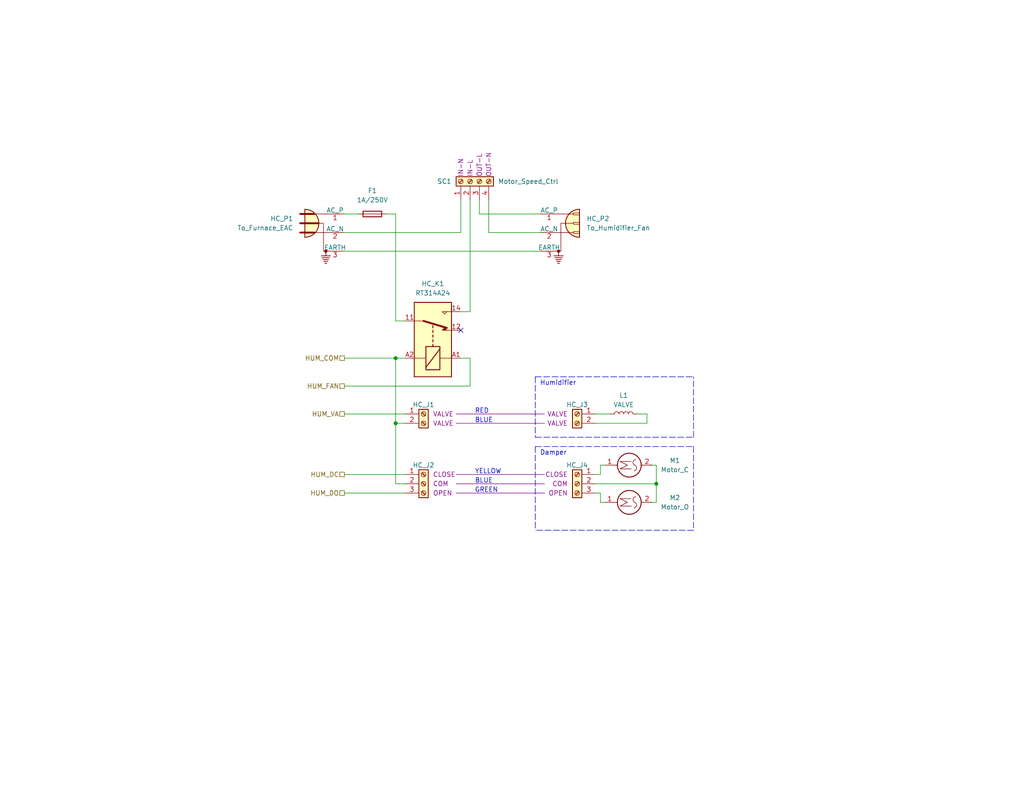
<source format=kicad_sch>
(kicad_sch (version 20211123) (generator eeschema)
  (paper "USLetter")
  (title_block (title "Humidifier Controller") (date "05/06/2022") (rev "1.2"))
  (lib_symbols
    (symbol "Connector:Conn_WallPlug_Earth" (pin_names (offset 0))
      (property "Reference" "P" (at 0 3.81 0))
      (property "Value" "Conn_WallPlug_Earth" (at -5.08 0 90))
      (symbol "Conn_WallPlug_Earth_0_1"
        (arc (start -3.175 -3.81) (mid 0.635 0) (end -3.175 3.81) (stroke (width 0.254)) (fill (type background)))
        (polyline (pts (xy -4.445 -2.54) (xy -0.635 -2.54)) (stroke (width 0.508)))
        (polyline (pts (xy -4.445 0) (xy 0.508 0)) (stroke (width 0.508)))
        (polyline (pts (xy -4.445 2.54) (xy -0.635 2.54)) (stroke (width 0.508)))
        (polyline (pts (xy -3.175 -3.81) (xy -3.175 3.81)) (stroke (width 0.254)))
        (polyline (pts (xy -0.635 -2.54) (xy 2.54 -2.54)))
        (polyline (pts (xy -0.635 2.54) (xy 2.54 2.54)))
        (polyline (pts (xy 1.524 -9.398) (xy 3.556 -9.398)) (stroke (width 0.2032)))
        (polyline (pts (xy 1.778 -9.906) (xy 3.302 -9.906)) (stroke (width 0.2032)))
        (polyline (pts (xy 2.032 -10.414) (xy 3.048 -10.414)) (stroke (width 0.2032)))
        (polyline (pts (xy 2.286 -10.922) (xy 2.794 -10.922)) (stroke (width 0.2032)))
        (polyline (pts (xy 2.54 -7.62) (xy 2.54 -8.89)) (stroke (width 0.2032)))
        (polyline (pts (xy 3.81 -8.89) (xy 1.27 -8.89)) (stroke (width 0.2032)))
        (polyline (pts (xy 2.54 -7.62) (xy 1.905 -7.62) (xy 1.905 0) (xy -4.445 0)))
        (circle (center 2.54 -7.62) (radius 0.3556) (fill (type outline)))
      )
      (symbol "Conn_WallPlug_Earth_1_1"
        (pin power_out line (at 7.62 2.54 180) (length 5.08) (name "AC_P") (number "1"))
        (pin power_out line (at 7.62 -2.54 180) (length 5.08) (name "AC_N") (number "2"))
        (pin passive line (at 7.62 -7.62 180) (length 5.08) (name "EARTH") (number "3"))
      )
    )
    (symbol "Connector:Conn_WallSocket_Earth" (pin_names (offset 0))
      (property "Reference" "J" (at 3.81 6.985 0))
      (property "Value" "Conn_WallSocket_Earth" (at 7.62 2.54 90))
      (symbol "Conn_WallSocket_Earth_0_1"
        (circle (center 0 -5.08) (radius 0.3556) (fill (type outline)))
        (polyline (pts (xy -1.27 -6.35) (xy 1.27 -6.35)) (stroke (width 0.2032)))
        (polyline (pts (xy 0 -5.08) (xy 0 -6.35)) (stroke (width 0.2032)))
        (polyline (pts (xy 0.254 -8.382) (xy -0.254 -8.382)) (stroke (width 0.2032)))
        (polyline (pts (xy 0.508 -7.874) (xy -0.508 -7.874)) (stroke (width 0.2032)))
        (polyline (pts (xy 0.762 -7.366) (xy -0.762 -7.366)) (stroke (width 0.2032)))
        (polyline (pts (xy 1.016 -6.858) (xy -1.016 -6.858)) (stroke (width 0.2032)))
        (polyline (pts (xy 4.064 0) (xy 0 0)))
        (polyline (pts (xy 4.064 5.08) (xy 0 5.08)))
        (polyline (pts (xy 5.715 -1.27) (xy 5.715 6.35)) (stroke (width 0.254)))
        (polyline (pts (xy 0 -5.08) (xy 0.635 -5.08) (xy 0.635 2.54) (xy 4.064 2.54)))
        (rectangle (start 5.715 -0.254) (end 4.064 0.254))
        (rectangle (start 5.715 2.286) (end 4.064 2.794))
        (rectangle (start 5.715 4.826) (end 4.064 5.334))
        (arc (start 5.715 6.35) (mid 1.905 2.54) (end 5.715 -1.27) (stroke (width 0.254)) (fill (type background)))
      )
      (symbol "Conn_WallSocket_Earth_1_1"
        (pin power_in line (at -5.08 5.08 0) (length 5.08) (name "AC_P") (number "1"))
        (pin power_in line (at -5.08 0 0) (length 5.08) (name "AC_N") (number "2"))
        (pin passive line (at -5.08 -5.08 0) (length 5.08) (name "EARTH") (number "3"))
      )
    )
    (symbol "Connector:Screw_Terminal_01x02" (pin_names (offset 1.016) hide)
      (property "Reference" "J" (at 0 2.54 0))
      (property "Value" "Screw_Terminal_01x02" (at 0 -5.08 0))
      (symbol "Screw_Terminal_01x02_1_1"
        (rectangle (start -1.27 1.27) (end 1.27 -3.81) (stroke (width 0.254)) (fill (type background)))
        (circle (center 0 -2.54) (radius 0.635) (stroke (width 0.1524)))
        (polyline (pts (xy -0.5334 -2.2098) (xy 0.3302 -3.048)) (stroke (width 0.1524)))
        (polyline (pts (xy -0.5334 0.3302) (xy 0.3302 -0.508)) (stroke (width 0.1524)))
        (polyline (pts (xy -0.3556 -2.032) (xy 0.508 -2.8702)) (stroke (width 0.1524)))
        (polyline (pts (xy -0.3556 0.508) (xy 0.508 -0.3302)) (stroke (width 0.1524)))
        (circle (center 0 0) (radius 0.635) (stroke (width 0.1524)))
        (pin passive line (at -5.08 0 0) (length 3.81) (name "Pin_1") (number "1"))
        (pin passive line (at -5.08 -2.54 0) (length 3.81) (name "Pin_2") (number "2"))
      )
    )
    (symbol "Connector:Screw_Terminal_01x03" (pin_names (offset 1.016) hide)
      (property "Reference" "J" (at 0 5.08 0))
      (property "Value" "Screw_Terminal_01x03" (at 0 -5.08 0))
      (symbol "Screw_Terminal_01x03_1_1"
        (rectangle (start -1.27 3.81) (end 1.27 -3.81) (stroke (width 0.254)) (fill (type background)))
        (circle (center 0 -2.54) (radius 0.635) (stroke (width 0.1524)))
        (polyline (pts (xy -0.5334 -2.2098) (xy 0.3302 -3.048)) (stroke (width 0.1524)))
        (polyline (pts (xy -0.5334 0.3302) (xy 0.3302 -0.508)) (stroke (width 0.1524)))
        (polyline (pts (xy -0.5334 2.8702) (xy 0.3302 2.032)) (stroke (width 0.1524)))
        (polyline (pts (xy -0.3556 -2.032) (xy 0.508 -2.8702)) (stroke (width 0.1524)))
        (polyline (pts (xy -0.3556 0.508) (xy 0.508 -0.3302)) (stroke (width 0.1524)))
        (polyline (pts (xy -0.3556 3.048) (xy 0.508 2.2098)) (stroke (width 0.1524)))
        (circle (center 0 0) (radius 0.635) (stroke (width 0.1524)))
        (circle (center 0 2.54) (radius 0.635) (stroke (width 0.1524)))
        (pin passive line (at -5.08 2.54 0) (length 3.81) (name "Pin_1") (number "1"))
        (pin passive line (at -5.08 0 0) (length 3.81) (name "Pin_2") (number "2"))
        (pin passive line (at -5.08 -2.54 0) (length 3.81) (name "Pin_3") (number "3"))
      )
    )
    (symbol "Connector:Screw_Terminal_01x04" (pin_names (offset 1.016) hide)
      (property "Reference" "J" (at 0 5.08 0))
      (property "Value" "Screw_Terminal_01x04" (at 0 -7.62 0))
      (symbol "Screw_Terminal_01x04_1_1"
        (rectangle (start -1.27 3.81) (end 1.27 -6.35) (stroke (width 0.254)) (fill (type background)))
        (circle (center 0 -5.08) (radius 0.635) (stroke (width 0.1524)))
        (circle (center 0 -2.54) (radius 0.635) (stroke (width 0.1524)))
        (polyline (pts (xy -0.5334 -4.7498) (xy 0.3302 -5.588)) (stroke (width 0.1524)))
        (polyline (pts (xy -0.5334 -2.2098) (xy 0.3302 -3.048)) (stroke (width 0.1524)))
        (polyline (pts (xy -0.5334 0.3302) (xy 0.3302 -0.508)) (stroke (width 0.1524)))
        (polyline (pts (xy -0.5334 2.8702) (xy 0.3302 2.032)) (stroke (width 0.1524)))
        (polyline (pts (xy -0.3556 -4.572) (xy 0.508 -5.4102)) (stroke (width 0.1524)))
        (polyline (pts (xy -0.3556 -2.032) (xy 0.508 -2.8702)) (stroke (width 0.1524)))
        (polyline (pts (xy -0.3556 0.508) (xy 0.508 -0.3302)) (stroke (width 0.1524)))
        (polyline (pts (xy -0.3556 3.048) (xy 0.508 2.2098)) (stroke (width 0.1524)))
        (circle (center 0 0) (radius 0.635) (stroke (width 0.1524)))
        (circle (center 0 2.54) (radius 0.635) (stroke (width 0.1524)))
        (pin passive line (at -5.08 2.54 0) (length 3.81) (name "Pin_1") (number "1"))
        (pin passive line (at -5.08 0 0) (length 3.81) (name "Pin_2") (number "2"))
        (pin passive line (at -5.08 -2.54 0) (length 3.81) (name "Pin_3") (number "3"))
        (pin passive line (at -5.08 -5.08 0) (length 3.81) (name "Pin_4") (number "4"))
      )
    )
    (symbol "Device:Fuse" (pin_numbers hide) (pin_names (offset 0))
      (property "Reference" "F" (at 2.032 0 90))
      (property "Value" "Fuse" (at -1.905 0 90))
      (symbol "Fuse_0_1"
        (rectangle (start -0.762 -2.54) (end 0.762 2.54) (stroke (width 0.254)))
        (polyline (pts (xy 0 2.54) (xy 0 -2.54)))
      )
      (symbol "Fuse_1_1"
        (pin passive line (at 0 3.81 270) (length 1.27) (name "~") (number "1"))
        (pin passive line (at 0 -3.81 90) (length 1.27) (name "~") (number "2"))
      )
    )
    (symbol "Device:L" (pin_numbers hide) (pin_names (offset 1.016) hide)
      (property "Reference" "L" (at -1.27 0 90))
      (property "Value" "L" (at 1.905 0 90))
      (symbol "L_0_1"
        (arc (start 0 -2.54) (mid 0.635 -1.905) (end 0 -1.27))
        (arc (start 0 -1.27) (mid 0.635 -0.635) (end 0 0))
        (arc (start 0 0) (mid 0.635 0.635) (end 0 1.27))
        (arc (start 0 1.27) (mid 0.635 1.905) (end 0 2.54))
      )
      (symbol "L_1_1"
        (pin passive line (at 0 3.81 270) (length 1.27) (name "1") (number "1"))
        (pin passive line (at 0 -3.81 90) (length 1.27) (name "2") (number "2"))
      )
    )
    (symbol "Motor:Motor_AC" (pin_names (offset 0))
      (property "Reference" "M" (at 2.54 2.54 0))
      (property "Value" "Motor_AC" (at 2.54 -5.08 0))
      (symbol "Motor_AC_0_0"
        (arc (start -1.524 -2.794) (mid -0.8654 -3.5217) (end 0 -3.048))
        (polyline (pts (xy -1.016 -2.032) (xy -1.016 1.016) (xy 0 -1.016) (xy 1.016 1.016) (xy 1.016 -2.032)))
        (arc (start 1.524 -3.302) (mid 0.85 -2.5503) (end 0 -3.048))
      )
      (symbol "Motor_AC_0_1"
        (circle (center 0 -1.524) (radius 3.2512) (stroke (width 0.254)))
        (polyline (pts (xy 0 -7.62) (xy 0 -7.112)))
        (polyline (pts (xy 0 -4.7752) (xy 0 -5.1816)))
        (polyline (pts (xy 0 1.7272) (xy 0 2.0828)))
        (polyline (pts (xy 0 2.032) (xy 0 2.54)))
      )
      (symbol "Motor_AC_1_1"
        (pin passive line (at 0 5.08 270) (length 2.54) (name "~") (number "1"))
        (pin passive line (at 0 -7.62 90) (length 2.54) (name "~") (number "2"))
      )
    )
    (symbol "Relay:RT314A24"
      (property "Reference" "K" (at 11.43 3.81 0))
      (property "Value" "RT314A24" (at 11.43 1.27 0))
      (symbol "RT314A24_0_0"
        (polyline (pts (xy -2.54 1.905) (xy -7.62 -1.905)) (stroke (width 0.254)))
      )
      (symbol "RT314A24_0_1"
        (rectangle (start -10.16 5.08) (end 10.16 -5.08) (stroke (width 0.254)) (fill (type background)))
        (rectangle (start -8.255 1.905) (end -1.905 -1.905) (stroke (width 0.254)))
        (polyline (pts (xy -5.08 -5.08) (xy -5.08 -1.905)))
        (polyline (pts (xy -5.08 5.08) (xy -5.08 1.905)))
        (polyline (pts (xy -1.905 0) (xy -1.27 0)) (stroke (width 0.254)))
        (polyline (pts (xy -0.635 0) (xy 0 0)) (stroke (width 0.254)))
        (polyline (pts (xy 0.635 0) (xy 1.27 0)) (stroke (width 0.254)))
        (polyline (pts (xy 1.905 0) (xy 2.54 0)) (stroke (width 0.254)))
        (polyline (pts (xy 3.175 0) (xy 3.81 0)) (stroke (width 0.254)))
        (polyline (pts (xy 5.08 -2.54) (xy 3.175 3.81)) (stroke (width 0.508)))
        (polyline (pts (xy 5.08 -2.54) (xy 5.08 -5.08)))
        (polyline (pts (xy 2.54 5.08) (xy 2.54 2.54) (xy 3.175 3.175) (xy 2.54 3.81)) (fill (type outline)))
        (polyline (pts (xy 7.62 5.08) (xy 7.62 2.54) (xy 6.985 3.175) (xy 7.62 3.81)))
      )
      (symbol "RT314A24_1_1"
        (pin passive line (at 5.08 -7.62 90) (length 2.54) (name "~") (number "11"))
        (pin passive line (at 2.54 7.62 270) (length 2.54) (name "~") (number "12"))
        (pin passive line (at 7.62 7.62 270) (length 2.54) (name "~") (number "14"))
        (pin passive line (at -5.08 7.62 270) (length 2.54) (name "~") (number "A1"))
        (pin passive line (at -5.08 -7.62 90) (length 2.54) (name "~") (number "A2"))
      )
    )
  )
  (junction (at 107.95 97.79))
  (junction (at 107.95 115.57))
  (junction (at 179.07 132.08))
  (no_connect (at 125.73 90.17))
  (wire (pts (xy 93.98 105.41) (xy 128.27 105.41)))
  (wire (pts (xy 105.41 58.42) (xy 107.95 58.42)))
  (wire (pts (xy 165.1 127) (xy 163.83 127)))
  (wire (pts (xy 130.81 58.42) (xy 147.32 58.42)))
  (polyline (pts (xy 189.23 119.38) (xy 189.23 102.87)))
  (wire (pts (xy 125.73 85.09) (xy 128.27 85.09)))
  (wire (pts (xy 179.07 127) (xy 177.8 127)))
  (wire (pts (xy 128.27 85.09) (xy 128.27 54.61)))
  (wire (pts (xy 179.07 137.16) (xy 179.07 132.08)))
  (wire (pts (xy 93.98 68.58) (xy 147.32 68.58)))
  (wire (pts (xy 107.95 58.42) (xy 107.95 87.63)))
  (wire (pts (xy 110.49 132.08) (xy 107.95 132.08)))
  (wire (pts (xy 162.56 129.54) (xy 163.83 129.54)))
  (polyline (pts (xy 124.46 134.62) (xy 148.59 134.62)) (stroke (width 0) (type solid) (color 132 0 132 1)))
  (wire (pts (xy 176.53 113.03) (xy 173.99 113.03)))
  (wire (pts (xy 107.95 115.57) (xy 107.95 97.79)))
  (polyline (pts (xy 146.05 119.38) (xy 189.23 119.38)))
  (wire (pts (xy 93.98 58.42) (xy 97.79 58.42)))
  (wire (pts (xy 93.98 113.03) (xy 110.49 113.03)))
  (wire (pts (xy 130.81 54.61) (xy 130.81 58.42)))
  (wire (pts (xy 107.95 97.79) (xy 110.49 97.79)))
  (wire (pts (xy 133.35 54.61) (xy 133.35 63.5)))
  (wire (pts (xy 128.27 97.79) (xy 125.73 97.79)))
  (polyline (pts (xy 124.46 129.54) (xy 148.59 129.54)) (stroke (width 0) (type solid) (color 132 0 132 1)))
  (polyline (pts (xy 189.23 121.92) (xy 189.23 144.78)))
  (polyline (pts (xy 189.23 144.78) (xy 146.05 144.78)))
  (wire (pts (xy 162.56 132.08) (xy 179.07 132.08)))
  (polyline (pts (xy 146.05 102.87) (xy 189.23 102.87)))
  (wire (pts (xy 107.95 87.63) (xy 110.49 87.63)))
  (wire (pts (xy 125.73 63.5) (xy 125.73 54.61)))
  (polyline (pts (xy 124.46 132.08) (xy 148.59 132.08)) (stroke (width 0) (type solid) (color 132 0 132 1)))
  (wire (pts (xy 162.56 115.57) (xy 176.53 115.57)))
  (wire (pts (xy 162.56 134.62) (xy 163.83 134.62)))
  (wire (pts (xy 163.83 134.62) (xy 163.83 137.16)))
  (wire (pts (xy 163.83 137.16) (xy 165.1 137.16)))
  (wire (pts (xy 128.27 105.41) (xy 128.27 97.79)))
  (wire (pts (xy 93.98 97.79) (xy 107.95 97.79)))
  (wire (pts (xy 110.49 115.57) (xy 107.95 115.57)))
  (polyline (pts (xy 146.05 121.92) (xy 146.05 144.78)))
  (wire (pts (xy 163.83 127) (xy 163.83 129.54)))
  (wire (pts (xy 133.35 63.5) (xy 147.32 63.5)))
  (polyline (pts (xy 124.46 115.57) (xy 148.59 115.57)) (stroke (width 0) (type solid) (color 132 0 132 1)))
  (wire (pts (xy 93.98 134.62) (xy 110.49 134.62)))
  (wire (pts (xy 179.07 132.08) (xy 179.07 127)))
  (polyline (pts (xy 146.05 102.87) (xy 146.05 119.38)))
  (wire (pts (xy 93.98 63.5) (xy 125.73 63.5)))
  (wire (pts (xy 176.53 115.57) (xy 176.53 113.03)))
  (polyline (pts (xy 146.05 121.92) (xy 189.23 121.92)))
  (wire (pts (xy 107.95 132.08) (xy 107.95 115.57)))
  (wire (pts (xy 177.8 137.16) (xy 179.07 137.16)))
  (polyline (pts (xy 124.46 113.03) (xy 148.59 113.03)) (stroke (width 0) (type solid) (color 132 0 132 1)))
  (wire (pts (xy 162.56 113.03) (xy 166.37 113.03)))
  (wire (pts (xy 93.98 129.54) (xy 110.49 129.54)))
  (text "BLUE" (at 129.54 115.57 0) (effects (font (size 1.27 1.27)) (justify left bottom)))
  (text "Damper" (at 147.32 124.46 0) (effects (font (size 1.27 1.27)) (justify left bottom)))
  (text "RED" (at 129.54 113.03 0) (effects (font (size 1.27 1.27)) (justify left bottom)))
  (text "Humidifier" (at 147.32 105.41 0) (effects (font (size 1.27 1.27)) (justify left bottom)))
  (text "GREEN" (at 129.54 134.62 0) (effects (font (size 1.27 1.27)) (justify left bottom)))
  (text "YELLOW" (at 129.54 129.54 0) (effects (font (size 1.27 1.27)) (justify left bottom)))
  (text "BLUE" (at 129.54 132.08 0) (effects (font (size 1.27 1.27)) (justify left bottom)))
  (hierarchical_label "HUM_FAN" (shape passive) (at 93.98 105.41 180))
  (hierarchical_label "HUM_COM" (shape passive) (at 93.98 97.79 180))
  (hierarchical_label "HUM_VA" (shape passive) (at 93.98 113.03 180))
  (hierarchical_label "HUM_DC" (shape passive) (at 93.98 129.54 180))
  (hierarchical_label "HUM_DO" (shape passive) (at 93.98 134.62 180))
  (symbol (lib_id "Connector:Screw_Terminal_01x02") (at 157.48 113.03 0) (mirror y) (unit 1)
    (property "Reference" "HC_J3" (at 157.48 110.49 0))
    (property "Value" "Screw_Terminal_01x02" (effects hide))
    (property "Pin_1" "VALVE" (at 154.94 113.03 0) (effects (justify left)))
    (property "Pin_2" "VALVE" (at 154.94 115.57 0) (effects (justify left)))
  )
  (symbol (lib_id "Connector:Conn_WallPlug_Earth") (at 86.36 60.96 0) (unit 1)
    (property "Reference" "HC_P1" (at 80.01 59.69 0) (effects (justify right)))
    (property "Value" "To_Furnace_EAC" (at 80.01 62.23 0) (effects (justify right)))
  )
  (symbol (lib_id "Connector:Screw_Terminal_01x03") (at 157.48 132.08 0) (mirror y) (unit 1)
    (property "Reference" "HC_J4" (at 157.48 127 0))
    (property "Value" "Screw_Terminal_01x03" (effects hide))
    (property "Pin_1" "CLOSE" (at 154.94 129.54 0) (effects (justify left)))
    (property "Pin_2" "COM" (at 154.94 132.08 0) (effects (justify left)))
    (property "Pin_3" "OPEN" (at 154.94 134.62 0) (effects (justify left)))
  )
  (symbol (lib_id "Device:Fuse") (at 101.6 58.42 90) (unit 1)
    (property "Reference" "F1" (at 101.6 52.07 90))
    (property "Value" "1A/250V" (at 101.6 54.61 90))
  )
  (symbol (lib_id "Connector:Screw_Terminal_01x04") (at 128.27 49.53 90) (unit 1)
    (property "Reference" "SC1" (at 123.19 49.53 90) (effects (justify left)))
    (property "Value" "Motor_Speed_Ctrl" (at 135.89 49.53 90) (effects (justify right)))
    (property "Pin_1" "IN-N" (at 125.73 48.26 0) (effects (justify left)))
    (property "Pin_2" "IN-L" (at 128.27 48.26 0) (effects (justify left)))
    (property "Pin_3" "OUT-L" (at 130.81 48.26 0) (effects (justify left)))
    (property "Pin_4" "OUT-N" (at 133.35 48.26 0) (effects (justify left)))
  )
  (symbol (lib_id "Relay:RT314A24") (at 118.11 92.71 270) (mirror x) (unit 1)
    (property "Reference" "HC_K1" (at 118.11 77.47 90))
    (property "Value" "RT314A24" (at 118.11 80.01 90))
    (property "Footprint" "Relay_THT:Relay_SPDT_Schrack-RT1-16A-FormC_RM5mm" (effects hide))
    (property "Datasheet" "https://www.te.com/commerce/DocumentDelivery/DDEController?Action=srchrtrv&DocNm=RT1_bistable&DocType=DS&DocLang=English" (effects hide))
  )
  (symbol (lib_id "Motor:Motor_AC") (at 170.18 137.16 90) (unit 1)
    (property "Reference" "M2" (at 184.15 135.89 90))
    (property "Value" "Motor_O" (at 184.15 138.43 90))
  )
  (symbol (lib_id "Connector:Screw_Terminal_01x03") (at 115.57 132.08 0) (unit 1)
    (property "Reference" "HC_J2" (at 115.57 127 0))
    (property "Value" "Screw_Terminal_01x03" (effects hide))
    (property "Pin_1" "CLOSE" (at 118.11 129.54 0) (effects (justify left)))
    (property "Pin_2" "COM" (at 118.11 132.08 0) (effects (justify left)))
    (property "Pin_3" "OPEN" (at 118.11 134.62 0) (effects (justify left)))
  )
  (symbol (lib_id "Connector:Conn_WallSocket_Earth") (at 152.4 63.5 0) (unit 1)
    (property "Reference" "HC_P2" (at 160.02 59.69 0) (effects (justify left)))
    (property "Value" "To_Humidifier_Fan" (at 160.02 62.23 0) (effects (justify left)))
  )
  (symbol (lib_id "Device:L") (at 170.18 113.03 90) (unit 1)
    (property "Reference" "L1" (at 170.18 107.95 90))
    (property "Value" "VALVE" (at 170.18 110.49 90))
  )
  (symbol (lib_id "Motor:Motor_AC") (at 170.18 127 90) (unit 1)
    (property "Reference" "M1" (at 184.15 125.73 90))
    (property "Value" "Motor_C" (at 184.15 128.27 90))
  )
  (symbol (lib_id "Connector:Screw_Terminal_01x02") (at 115.57 113.03 0) (unit 1)
    (property "Reference" "HC_J1" (at 115.57 110.49 0))
    (property "Value" "Screw_Terminal_01x02" (effects hide))
    (property "Pin_1" "VALVE" (at 118.11 113.03 0) (effects (justify left)))
    (property "Pin_2" "VALVE" (at 118.11 115.57 0) (effects (justify left)))
  )
)
</source>
